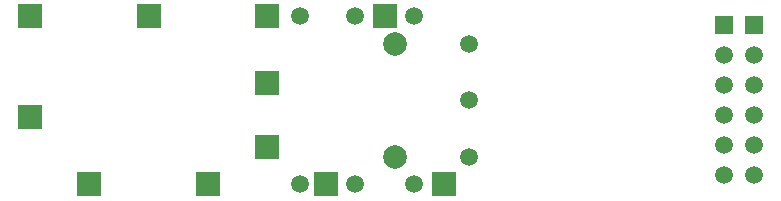
<source format=gbr>
%TF.GenerationSoftware,KiCad,Pcbnew,6.0.11-2627ca5db0~126~ubuntu20.04.1*%
%TF.CreationDate,2023-02-14T16:49:56+01:00*%
%TF.ProjectId,pmod_sfp,706d6f64-5f73-4667-902e-6b696361645f,rev?*%
%TF.SameCoordinates,Original*%
%TF.FileFunction,Soldermask,Bot*%
%TF.FilePolarity,Negative*%
%FSLAX46Y46*%
G04 Gerber Fmt 4.6, Leading zero omitted, Abs format (unit mm)*
G04 Created by KiCad (PCBNEW 6.0.11-2627ca5db0~126~ubuntu20.04.1) date 2023-02-14 16:49:56*
%MOMM*%
%LPD*%
G01*
G04 APERTURE LIST*
%ADD10R,1.500000X1.500000*%
%ADD11C,1.500000*%
%ADD12C,2.000000*%
%ADD13R,2.000000X2.000000*%
G04 APERTURE END LIST*
D10*
%TO.C,U1*%
X173990000Y-64770000D03*
D11*
X173990000Y-67310000D03*
X173990000Y-69850000D03*
X173990000Y-72390000D03*
X173990000Y-74930000D03*
X173990000Y-77470000D03*
X176530000Y-77470000D03*
X176530000Y-74930000D03*
X176530000Y-72390000D03*
X176530000Y-69850000D03*
X176530000Y-67310000D03*
D10*
X176530000Y-64770000D03*
%TD*%
D12*
%TO.C,J1*%
X146200000Y-75920000D03*
X146200000Y-66320000D03*
D13*
X150300000Y-78245000D03*
X135300000Y-63995000D03*
X125300000Y-63995000D03*
D11*
X147800000Y-78245000D03*
D13*
X135300000Y-75070000D03*
X115300000Y-72570000D03*
D11*
X152400000Y-75920000D03*
D13*
X130300000Y-78245000D03*
D11*
X138100000Y-63995000D03*
X152400000Y-66320000D03*
X142800000Y-78245000D03*
D13*
X115300000Y-63995000D03*
D11*
X147800000Y-63995000D03*
D13*
X140300000Y-78245000D03*
X135300000Y-69670000D03*
D11*
X152400000Y-71120000D03*
X142800000Y-63995000D03*
X138100000Y-78245000D03*
D13*
X145300000Y-63995000D03*
X120300000Y-78245000D03*
%TD*%
M02*

</source>
